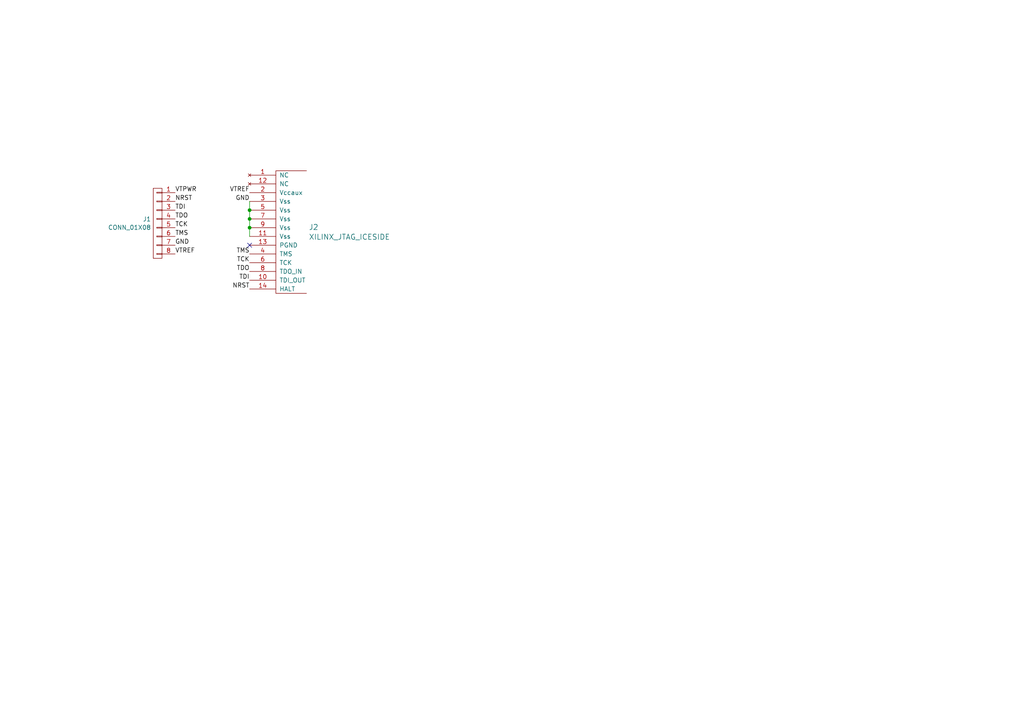
<source format=kicad_sch>
(kicad_sch (version 20231120) (generator "eeschema") (generator_version "8.0")
  (paper "A4")
  (lib_symbols
    (symbol "conn:CONN_01X08" (pin_names (offset 1.016) hide)
      (property "Reference" "J" (at 0 11.43 0))
      (property "Value" "CONN_01X08" (at 2.54 0 90))
      (symbol "CONN_01X08_0_1"
        (rectangle (start -1.27 -10.16) (end 1.27 10.16))
        (rectangle (start -1.27 -8.763) (end 0.254 -9.017))
        (rectangle (start -1.27 -6.223) (end 0.254 -6.477))
        (rectangle (start -1.27 -3.683) (end 0.254 -3.937))
        (rectangle (start -1.27 -1.143) (end 0.254 -1.397))
        (rectangle (start -1.27 1.397) (end 0.254 1.143))
        (rectangle (start -1.27 3.937) (end 0.254 3.683))
        (rectangle (start -1.27 6.477) (end 0.254 6.223))
        (rectangle (start -1.27 9.017) (end 0.254 8.763))
      )
      (symbol "CONN_01X08_1_1"
        (pin passive line (at -5.08 8.89 0) (length 3.81) (name "P1") (number "1"))
        (pin passive line (at -5.08 6.35 0) (length 3.81) (name "P2") (number "2"))
        (pin passive line (at -5.08 3.81 0) (length 3.81) (name "P3") (number "3"))
        (pin passive line (at -5.08 1.27 0) (length 3.81) (name "P4") (number "4"))
        (pin passive line (at -5.08 -1.27 0) (length 3.81) (name "P5") (number "5"))
        (pin passive line (at -5.08 -3.81 0) (length 3.81) (name "P6") (number "6"))
        (pin passive line (at -5.08 -6.35 0) (length 3.81) (name "P7") (number "7"))
        (pin passive line (at -5.08 -8.89 0) (length 3.81) (name "P8") (number "8"))
      )
    )
    (symbol "xilinx-azonenberg:XILINX_JTAG_ICESIDE" (pin_names (offset 1.016))
      (property "Reference" "J" (at 12.7 39.37 0))
      (property "Value" "XILINX_JTAG_ICESIDE" (at 12.7 36.83 0))
      (symbol "XILINX_JTAG_ICESIDE_0_1"
        (polyline (pts (xy 16.51 -1.27) (xy 7.62 -1.27) (xy 7.62 34.29) (xy 16.51 34.29)))
      )
      (symbol "XILINX_JTAG_ICESIDE_1_1"
        (pin no_connect line (at 0 33.02 0) (length 7.62) (name "NC") (number "1"))
        (pin input line (at 0 2.54 0) (length 7.62) (name "TDI_OUT") (number "10"))
        (pin power_in line (at 0 15.24 0) (length 7.62) (name "Vss") (number "11"))
        (pin no_connect line (at 0 30.48 0) (length 7.62) (name "NC") (number "12"))
        (pin bidirectional line (at 0 12.7 0) (length 7.62) (name "PGND") (number "13"))
        (pin bidirectional line (at 0 0 0) (length 7.62) (name "HALT") (number "14"))
        (pin power_out line (at 0 27.94 0) (length 7.62) (name "Vccaux") (number "2"))
        (pin power_in line (at 0 25.4 0) (length 7.62) (name "Vss") (number "3"))
        (pin input line (at 0 10.16 0) (length 7.62) (name "TMS") (number "4"))
        (pin power_in line (at 0 22.86 0) (length 7.62) (name "Vss") (number "5"))
        (pin input line (at 0 7.62 0) (length 7.62) (name "TCK") (number "6"))
        (pin power_in line (at 0 20.32 0) (length 7.62) (name "Vss") (number "7"))
        (pin output line (at 0 5.08 0) (length 7.62) (name "TDO_IN") (number "8"))
        (pin power_in line (at 0 17.78 0) (length 7.62) (name "Vss") (number "9"))
      )
    )
  )
  (junction (at 72.39 60.96))
  (junction (at 72.39 66.04))
  (junction (at 72.39 63.5))
  (no_connect (at 72.39 71.12))
  (wire (pts (xy 72.39 63.5) (xy 72.39 66.04)))
  (wire (pts (xy 72.39 66.04) (xy 72.39 68.58)))
  (wire (pts (xy 72.39 60.96) (xy 72.39 63.5)))
  (wire (pts (xy 72.39 58.42) (xy 72.39 60.96)))
  (label "VTREF" (at 50.8 73.66 0))
  (label "TDO" (at 72.39 78.74 180))
  (label "TMS" (at 50.8 68.58 0))
  (label "GND" (at 50.8 71.12 0))
  (label "TMS" (at 72.39 73.66 180))
  (label "GND" (at 72.39 58.42 180))
  (label "TCK" (at 50.8 66.04 0))
  (label "TDI" (at 50.8 60.96 0))
  (label "VTREF" (at 72.39 55.88 180))
  (label "NRST" (at 72.39 83.82 180))
  (label "TCK" (at 72.39 76.2 180))
  (label "TDO" (at 50.8 63.5 0))
  (label "TDI" (at 72.39 81.28 180))
  (label "NRST" (at 50.8 58.42 0))
  (label "VTPWR" (at 50.8 55.88 0))
  (symbol (lib_id "xilinx-azonenberg:XILINX_JTAG_ICESIDE") (at 72.39 83.82 0) (unit 1)
    (property "Reference" "J2" (at 89.535 65.8935 0) (effects (font (size 1.524 1.524)) (justify left)))
    (property "Value" "XILINX_JTAG_ICESIDE" (at 89.535 68.7264 0) (effects (font (size 1.524 1.524)) (justify left)))
    (property "Footprint" "azonenberg_pcb:XILINX_JTAG_PTH_MOLEX_0878311420" (effects (hide yes)))
  )
  (symbol (lib_id "conn:CONN_01X08") (at 45.72 64.77 0) (mirror y) (unit 1)
    (property "Reference" "J1" (at 43.815 63.5578 0) (effects (justify left)))
    (property "Value" "CONN_01X08" (at 43.815 65.9821 0) (effects (justify left)))
    (property "Footprint" "azonenberg_pcb:CONN_HEADER_2.54MM_1x8" (effects (hide yes)))
    (property "Description" "Connector, single row, 01x08, pin header" (effects (hide yes)))
  )
)
</source>
